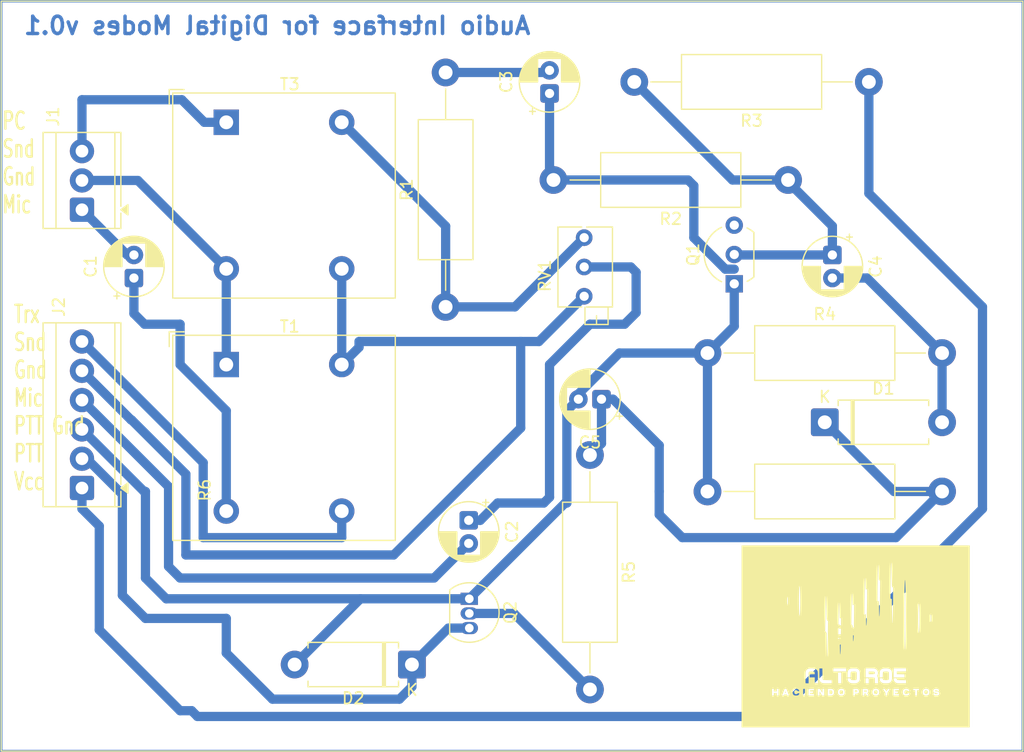
<source format=kicad_pcb>
(kicad_pcb (version 20241229) (generator "pcbnew") (generator_version "9.0")
  (layers (0 "F.Cu" signal) (2 "B.Cu" signal) (13 "F.Paste" user) (15 "B.Paste" user) (5 "F.SilkS" user "F.Silkscreen") (7 "B.SilkS" user "B.Silkscreen") (1 "F.Mask" user) (3 "B.Mask" user) (25 "Edge.Cuts" user))
  (net 0 "")
  (net 1 "Net-(D1-A)")
  (net 2 "Net-(D1-K)")
  (net 3 "Net-(D2-A)")
  (net 4 "Net-(D2-K)")
  (net 5 "Net-(Q1-B)")
  (net 6 "Net-(Q1-C)")
  (net 7 "Net-(Q2-B)")
  (net 8 "Net-(J1-Pin_3)")
  (net 9 "Net-(T1-AB)")
  (net 10 "Net-(J2-Pin_6)")
  (net 11 "Net-(C2-Pad1)")
  (net 12 "Net-(C3-Pad2)")
  (net 13 "Net-(T3-SB)")
  (net 14 "Net-(J2-Pin_1)")
  (net 15 "Net-(J2-Pin_5)")
  (net 16 "Net-(J2-Pin_4)")
  (net 17 "Net-(J1-Pin_2)")
  (net 18 "Net-(J1-Pin_1)")
  (footprint "TerminalBlock_TE-Connectivity:TerminalBlock_TE_282834-6_1x06_P2.54mm_Horizontal" (layer "F.Cu") (at 49 62.7 90)
    (property "Reference" "J2" (at 15.7 -2 90) (layer "F.SilkS"))
    (property "Value" "Transciever Connector")
    (pad "1" thru_hole roundrect (at 0 0 90) (size 2.1 2.1) (drill 1.1) (layers "*.Cu" "*.Mask") (roundrect_rratio 0.119048) (net 14 "Net-(J2-Pin_1)"))
    (pad "2" thru_hole circle (at 2.54 0 90) (size 2.1 2.1) (drill 1.1) (layers "*.Cu" "*.Mask") (net 4 "Net-(D2-K)"))
    (pad "3" thru_hole circle (at 5.08 0 90) (size 2.1 2.1) (drill 1.1) (layers "*.Cu" "*.Mask") (net 3 "Net-(D2-A)"))
    (pad "4" thru_hole circle (at 7.62 0 90) (size 2.1 2.1) (drill 1.1) (layers "*.Cu" "*.Mask") (net 16 "Net-(J2-Pin_4)"))
    (pad "5" thru_hole circle (at 10.16 0 90) (size 2.1 2.1) (drill 1.1) (layers "*.Cu" "*.Mask") (net 15 "Net-(J2-Pin_5)"))
    (pad "6" thru_hole circle (at 12.7 0 90) (size 2.1 2.1) (drill 1.1) (layers "*.Cu" "*.Mask") (net 10 "Net-(J2-Pin_6)"))
  )
  (footprint "Package_TO_SOT_THT:TO-92L_Inline" (layer "F.Cu") (at 82.55 72.3 -90)
    (property "Reference" "Q2" (at 1.19 -3.56 90) (layer "F.SilkS"))
    (property "Value" "BC107")
    (pad "1" thru_hole rect (at 0 0 270) (size 1.05 1.5) (drill 0.75) (layers "*.Cu" "*.Mask") (net 3 "Net-(D2-A)"))
    (pad "2" thru_hole oval (at 1.27 0 270) (size 1.05 1.5) (drill 0.75) (layers "*.Cu" "*.Mask") (net 7 "Net-(Q2-B)"))
    (pad "3" thru_hole oval (at 2.54 0 270) (size 1.05 1.5) (drill 0.75) (layers "*.Cu" "*.Mask") (net 4 "Net-(D2-K)"))
  )
  (footprint "Package_TO_SOT_THT:TO-92L_Inline_Wide" (layer "F.Cu") (at 105.5 45 90)
    (property "Reference" "Q1" (at 2.54 -3.56 90) (layer "F.SilkS"))
    (property "Value" "BC107")
    (pad "1" thru_hole rect (at 0 0 90) (size 1.5 1.5) (drill 0.8) (layers "*.Cu" "*.Mask") (net 3 "Net-(D2-A)"))
    (pad "2" thru_hole circle (at 2.54 0 90) (size 1.5 1.5) (drill 0.8) (layers "*.Cu" "*.Mask") (net 5 "Net-(Q1-B)"))
    (pad "3" thru_hole circle (at 5.08 0 90) (size 1.5 1.5) (drill 0.8) (layers "*.Cu" "*.Mask") (net 6 "Net-(Q1-C)"))
  )
  (footprint "Resistor_THT:R_Axial_DIN0414_L11.9mm_D4.5mm_P20.32mm_Horizontal" (layer "F.Cu") (at 110.16 36 180)
    (property "Reference" "R2" (at 10.16 -3.37 0) (layer "F.SilkS"))
    (property "Value" "3.3M")
    (pad "1" thru_hole circle (at 0 0 180) (size 2.4 2.4) (drill 1.2) (layers "*.Cu" "*.Mask") (net 6 "Net-(Q1-C)"))
    (pad "2" thru_hole circle (at 20.32 0 180) (size 2.4 2.4) (drill 1.2) (layers "*.Cu" "*.Mask") (net 5 "Net-(Q1-B)"))
  )
  (footprint "Capacitor_THT:CP_Radial_D5.0mm_P2.00mm" (layer "F.Cu") (at 114 42.5 -90)
    (property "Reference" "C4" (at 1 -3.75 270) (layer "F.SilkS"))
    (property "Value" "10uf")
    (pad "1" thru_hole roundrect (at 0 0 270) (size 1.6 1.6) (drill 0.8) (layers "*.Cu" "*.Mask") (roundrect_rratio 0.15625) (net 6 "Net-(Q1-C)"))
    (pad "2" thru_hole circle (at 2 0 270) (size 1.6 1.6) (drill 0.8) (layers "*.Cu" "*.Mask") (net 1 "Net-(D1-A)"))
  )
  (footprint "Resistor_THT:R_Axial_DIN0414_L11.9mm_D4.5mm_P20.32mm_Horizontal" (layer "F.Cu") (at 123.5 63 180)
    (property "Reference" "R6" (at 63.87 0.12 270) (layer "F.SilkS"))
    (property "Value" "82k")
    (pad "1" thru_hole circle (at 0 0 180) (size 2.4 2.4) (drill 1.2) (layers "*.Cu" "*.Mask") (net 2 "Net-(D1-K)"))
    (pad "2" thru_hole circle (at 20.32 0 180) (size 2.4 2.4) (drill 1.2) (layers "*.Cu" "*.Mask") (net 3 "Net-(D2-A)"))
  )
  (footprint "Resistor_THT:R_Axial_DIN0414_L11.9mm_D4.5mm_P20.32mm_Horizontal" (layer "F.Cu") (at 103.18 51)
    (property "Reference" "R4" (at 10.16 -3.37 0) (layer "F.SilkS"))
    (property "Value" "10k")
    (pad "1" thru_hole circle (at 0 0) (size 2.4 2.4) (drill 1.2) (layers "*.Cu" "*.Mask") (net 3 "Net-(D2-A)"))
    (pad "2" thru_hole circle (at 20.32 0) (size 2.4 2.4) (drill 1.2) (layers "*.Cu" "*.Mask") (net 1 "Net-(D1-A)"))
  )
  (footprint "Transformer_THT:Transformer_Zeming_ZMPT101K" (layer "F.Cu") (at 61.5 31)
    (property "Reference" "T3" (at 5.5 -3.3 0) (layer "F.SilkS"))
    (property "Value" "AudioVox Transformer")
    (pad "1" thru_hole rect (at 0 0) (size 2.2 2.2) (drill 1.2) (layers "*.Cu" "*.Mask") (net 8 "Net-(J1-Pin_3)"))
    (pad "2" thru_hole circle (at 0 12.7) (size 2.2 2.2) (drill 1.2) (layers "*.Cu" "*.Mask") (net 17 "Net-(J1-Pin_2)"))
    (pad "3" thru_hole circle (at 10 12.7) (size 2.2 2.2) (drill 1.2) (layers "*.Cu" "*.Mask") (net 15 "Net-(J2-Pin_5)"))
    (pad "4" thru_hole circle (at 10 0) (size 2.2 2.2) (drill 1.2) (layers "*.Cu" "*.Mask") (net 13 "Net-(T3-SB)"))
  )
  (footprint "Potentiometer_THT:Potentiometer_Bourns_3266Z_Horizontal" (layer "F.Cu") (at 92.5 41 90)
    (property "Reference" "RV1" (at -3.3 -3.41 90) (layer "F.SilkS"))
    (property "Value" "10k")
    (pad "1" thru_hole circle (at 0 0 90) (size 1.44 1.44) (drill 0.8) (layers "*.Cu" "*.Mask") (net 13 "Net-(T3-SB)"))
    (pad "2" thru_hole circle (at -2.54 0 90) (size 1.44 1.44) (drill 0.8) (layers "*.Cu" "*.Mask") (net 11 "Net-(C2-Pad1)"))
    (pad "3" thru_hole circle (at -5.08 0 90) (size 1.44 1.44) (drill 0.8) (layers "*.Cu" "*.Mask") (net 15 "Net-(J2-Pin_5)"))
  )
  (footprint "Capacitor_THT:CP_Radial_D5.0mm_P2.00mm" (layer "F.Cu") (at 82.5 65.5 -90)
    (property "Reference" "C2" (at 1 -3.75 90) (layer "F.SilkS"))
    (property "Value" "10uf")
    (pad "1" thru_hole roundrect (at 0 0 270) (size 1.6 1.6) (drill 0.8) (layers "*.Cu" "*.Mask") (roundrect_rratio 0.15625) (net 11 "Net-(C2-Pad1)"))
    (pad "2" thru_hole circle (at 2 0 270) (size 1.6 1.6) (drill 0.8) (layers "*.Cu" "*.Mask") (net 16 "Net-(J2-Pin_4)"))
  )
  (footprint "Transformer_THT:Transformer_Zeming_ZMPT101K" (layer "F.Cu") (at 61.5 52)
    (property "Reference" "T1" (at 5.5 -3.3 0) (layer "F.SilkS"))
    (property "Value" "Mic Transformer")
    (pad "1" thru_hole rect (at 0 0) (size 2.2 2.2) (drill 1.2) (layers "*.Cu" "*.Mask") (net 17 "Net-(J1-Pin_2)"))
    (pad "2" thru_hole circle (at 0 12.7) (size 2.2 2.2) (drill 1.2) (layers "*.Cu" "*.Mask") (net 9 "Net-(T1-AB)"))
    (pad "3" thru_hole circle (at 10 12.7) (size 2.2 2.2) (drill 1.2) (layers "*.Cu" "*.Mask") (net 10 "Net-(J2-Pin_6)"))
    (pad "4" thru_hole circle (at 10 0) (size 2.2 2.2) (drill 1.2) (layers "*.Cu" "*.Mask") (net 15 "Net-(J2-Pin_5)"))
  )
  (footprint "Resistor_THT:R_Axial_DIN0414_L11.9mm_D4.5mm_P20.32mm_Horizontal" (layer "F.Cu") (at 117.16 27.5 180)
    (property "Reference" "R3" (at 10.16 -3.37 0) (layer "F.SilkS"))
    (property "Value" "10k")
    (pad "1" thru_hole circle (at 0 0 180) (size 2.4 2.4) (drill 1.2) (layers "*.Cu" "*.Mask") (net 14 "Net-(J2-Pin_1)"))
    (pad "2" thru_hole circle (at 20.32 0 180) (size 2.4 2.4) (drill 1.2) (layers "*.Cu" "*.Mask") (net 6 "Net-(Q1-C)"))
  )
  (footprint "customkicadlib:altoroe_kicad_footprint_MEDIUM" (layer "F.Cu") (at 116 75.5)
    (property "Reference" "G***" (at 0 0 0) (layer "F.SilkS") (effects (font (size 1.5 1.5) (thickness 0.3))))
    (property "Value" "LOGO" (hide yes))
  )
  (footprint "Capacitor_THT:CP_Radial_D5.0mm_P2.00mm" (layer "F.Cu") (at 53.5 44.5 90)
    (property "Reference" "C1" (at 1 -3.75 90) (layer "F.SilkS"))
    (property "Value" "10uf")
    (pad "1" thru_hole roundrect (at 0 0 90) (size 1.6 1.6) (drill 0.8) (layers "*.Cu" "*.Mask") (roundrect_rratio 0.15625) (net 9 "Net-(T1-AB)"))
    (pad "2" thru_hole circle (at 2 0 90) (size 1.6 1.6) (drill 0.8) (layers "*.Cu" "*.Mask") (net 18 "Net-(J1-Pin_1)"))
  )
  (footprint "Resistor_THT:R_Axial_DIN0414_L11.9mm_D4.5mm_P20.32mm_Horizontal" (layer "F.Cu") (at 80.5 47 90)
    (property "Reference" "R1" (at 10.16 -3.37 90) (layer "F.SilkS"))
    (property "Value" "10k")
    (pad "1" thru_hole circle (at 0 0 90) (size 2.4 2.4) (drill 1.2) (layers "*.Cu" "*.Mask") (net 13 "Net-(T3-SB)"))
    (pad "2" thru_hole circle (at 20.32 0 90) (size 2.4 2.4) (drill 1.2) (layers "*.Cu" "*.Mask") (net 12 "Net-(C3-Pad2)"))
  )
  (footprint "Capacitor_THT:CP_Radial_D5.0mm_P2.00mm" (layer "F.Cu") (at 94 55 180)
    (property "Reference" "C5" (at 1 -3.75 180) (layer "F.SilkS"))
    (property "Value" "1uf")
    (pad "1" thru_hole roundrect (at 0 0 180) (size 1.6 1.6) (drill 0.8) (layers "*.Cu" "*.Mask") (roundrect_rratio 0.15625) (net 2 "Net-(D1-K)"))
    (pad "2" thru_hole circle (at 2 0 180) (size 1.6 1.6) (drill 0.8) (layers "*.Cu" "*.Mask") (net 3 "Net-(D2-A)"))
  )
  (footprint "Diode_THT:D_DO-15_P10.16mm_Horizontal" (layer "F.Cu") (at 113.34 57)
    (property "Reference" "D1" (at 5.08 -2.92 0) (layer "F.SilkS"))
    (property "Value" "1N60 Ge Diode")
    (fp_text user "K" (at 0 -2.2 0) (layer "F.SilkS"))
    (pad "1" thru_hole roundrect (at 0 0) (size 2.4 2.4) (drill 1.2) (layers "*.Cu" "*.Mask") (roundrect_rratio 0.104167) (net 2 "Net-(D1-K)"))
    (pad "2" thru_hole circle (at 10.16 0) (size 2.4 2.4) (drill 1.2) (layers "*.Cu" "*.Mask") (net 1 "Net-(D1-A)"))
  )
  (footprint "Capacitor_THT:CP_Radial_D5.0mm_P2.00mm" (layer "F.Cu") (at 89.5 28.5 90)
    (property "Reference" "C3" (at 1 -3.75 90) (layer "F.SilkS"))
    (property "Value" "C_Polarized")
    (pad "1" thru_hole roundrect (at 0 0 90) (size 1.6 1.6) (drill 0.8) (layers "*.Cu" "*.Mask") (roundrect_rratio 0.15625) (net 5 "Net-(Q1-B)"))
    (pad "2" thru_hole circle (at 2 0 90) (size 1.6 1.6) (drill 0.8) (layers "*.Cu" "*.Mask") (net 12 "Net-(C3-Pad2)"))
  )
  (footprint "TerminalBlock_TE-Connectivity:TerminalBlock_TE_282834-3_1x03_P2.54mm_Horizontal" (layer "F.Cu") (at 49 38.58 90)
    (property "Reference" "J1" (at 8.08 -2.5 90) (layer "F.SilkS"))
    (property "Value" "Pc Conector")
    (pad "1" thru_hole roundrect (at 0 0 90) (size 2.1 2.1) (drill 1.1) (layers "*.Cu" "*.Mask") (roundrect_rratio 0.119048) (net 18 "Net-(J1-Pin_1)"))
    (pad "2" thru_hole circle (at 2.54 0 90) (size 2.1 2.1) (drill 1.1) (layers "*.Cu" "*.Mask") (net 17 "Net-(J1-Pin_2)"))
    (pad "3" thru_hole circle (at 5.08 0 90) (size 2.1 2.1) (drill 1.1) (layers "*.Cu" "*.Mask") (net 8 "Net-(J1-Pin_3)"))
  )
  (footprint "Resistor_THT:R_Axial_DIN0414_L11.9mm_D4.5mm_P20.32mm_Horizontal" (layer "F.Cu") (at 93 59.84 -90)
    (property "Reference" "R5" (at 10.16 -3.37 90) (layer "F.SilkS"))
    (property "Value" "3.3k")
    (pad "1" thru_hole circle (at 0 0 270) (size 2.4 2.4) (drill 1.2) (layers "*.Cu" "*.Mask") (net 2 "Net-(D1-K)"))
    (pad "2" thru_hole circle (at 20.32 0 270) (size 2.4 2.4) (drill 1.2) (layers "*.Cu" "*.Mask") (net 7 "Net-(Q2-B)"))
  )
  (footprint "Diode_THT:D_DO-15_P10.16mm_Horizontal" (layer "F.Cu") (at 77.58 78 180)
    (property "Reference" "D2" (at 5.08 -2.92 0) (layer "F.SilkS"))
    (property "Value" "1N4148WT")
    (fp_text user "K" (at 0 -2.2 0) (layer "F.SilkS"))
    (pad "1" thru_hole roundrect (at 0 0 180) (size 2.4 2.4) (drill 1.2) (layers "*.Cu" "*.Mask") (roundrect_rratio 0.104167) (net 4 "Net-(D2-K)"))
    (pad "2" thru_hole circle (at 10.16 0 180) (size 2.4 2.4) (drill 1.2) (layers "*.Cu" "*.Mask") (net 3 "Net-(D2-A)"))
  )
  (gr_rect (start 42 20.5) (end 130.5 85.5) (stroke (width 0.2)) (fill no) (layer "B.Cu"))
  (gr_rect (start 42 20.5) (end 130.5 85.5) (stroke (width 0.2)) (fill no) (layer "B.Cu"))
  (gr_rect (start 42 20.5) (end 130.5 85.5) (stroke (width 0.1)) (fill no) (layer "F.SilkS"))
  (gr_text "Audio Interface for Digital Modes v0.1" (at 88 23.5 0) (layer "B.Cu") (effects (font (size 1.5 1.5) (thickness 0.3) (bold yes)) (justify left bottom mirror)))
  (gr_text "PC\nSnd\nGnd\nMic" (at 42 39 0) (layer "F.SilkS") (effects (font (size 1.5 1) (thickness 0.2) (bold yes)) (justify left bottom)))
  (gr_text "Trx\nSnd\nGnd\nMic\nPTT Gnd\nPTT\nVcc" (at 43 63 0) (layer "F.SilkS") (effects (font (size 1.5 1) (thickness 0.2) (bold yes)) (justify left bottom)))
  (segment (start 123.5 51) (end 123.5 57) (width 0.8) (layer "B.Cu") (net 1))
  (segment (start 114 44.5) (end 117 44.5) (width 0.8) (layer "B.Cu") (net 1))
  (segment (start 117 44.5) (end 123.5 51) (width 0.8) (layer "B.Cu") (net 1))
  (segment (start 94 55) (end 95 55) (width 0.8) (layer "B.Cu") (net 2))
  (segment (start 101 67) (end 99 65) (width 0.8) (layer "B.Cu") (net 2))
  (segment (start 119.34 63) (end 123.5 63) (width 0.8) (layer "B.Cu") (net 2))
  (segment (start 95 55) (end 99 59) (width 0.8) (layer "B.Cu") (net 2))
  (segment (start 99 59) (end 99 63) (width 0.8) (layer "B.Cu") (net 2))
  (segment (start 94 58.84) (end 94 55) (width 0.8) (layer "B.Cu") (net 2))
  (segment (start 113.34 57) (end 113.92 57.58) (width 0.8) (layer "B.Cu") (net 2))
  (segment (start 123.5 63) (end 119.5 67) (width 0.8) (layer "B.Cu") (net 2))
  (segment (start 113.34 57) (end 119.34 63) (width 0.8) (layer "B.Cu") (net 2))
  (segment (start 99 65) (end 99 63) (width 0.8) (layer "B.Cu") (net 2))
  (segment (start 93 59.84) (end 94 58.84) (width 0.8) (layer "B.Cu") (net 2))
  (segment (start 119.5 67) (end 101 67) (width 0.8) (layer "B.Cu") (net 2))
  (segment (start 103.18 51) (end 103.18 63) (width 0.8) (layer "B.Cu") (net 3))
  (segment (start 56.3 72.3) (end 73.12 72.3) (width 0.8) (layer "B.Cu") (net 3))
  (segment (start 54.5 63) (end 54.5 70.5) (width 0.8) (layer "B.Cu") (net 3))
  (segment (start 92 54.5465) (end 95.5465 51) (width 0.8) (layer "B.Cu") (net 3))
  (segment (start 91 56) (end 91 64) (width 0.8) (layer "B.Cu") (net 3))
  (segment (start 90.85 64) (end 82.55 72.3) (width 0.8) (layer "B.Cu") (net 3))
  (segment (start 73.12 72.3) (end 67.42 78) (width 0.8) (layer "B.Cu") (net 3))
  (segment (start 95.5465 51) (end 103.18 51) (width 0.8) (layer "B.Cu") (net 3))
  (segment (start 91 64) (end 90.85 64) (width 0.8) (layer "B.Cu") (net 3))
  (segment (start 82.55 72.3) (end 73.12 72.3) (width 0.8) (layer "B.Cu") (net 3))
  (segment (start 54.5 70.5) (end 56.3 72.3) (width 0.8) (layer "B.Cu") (net 3))
  (segment (start 92 55) (end 91 56) (width 0.8) (layer "B.Cu") (net 3))
  (segment (start 92 55) (end 92 54.5465) (width 0.8) (layer "B.Cu") (net 3))
  (segment (start 105.5 48.68) (end 103.18 51) (width 0.8) (layer "B.Cu") (net 3))
  (segment (start 49 57.62) (end 54.38 63) (width 0.8) (layer "B.Cu") (net 3))
  (segment (start 54.38 63) (end 54.5 63) (width 0.8) (layer "B.Cu") (net 3))
  (segment (start 105.5 45) (end 105.5 48.68) (width 0.8) (layer "B.Cu") (net 3))
  (segment (start 77.58 78) (end 77.58 79.92) (width 0.8) (layer "B.Cu") (net 4))
  (segment (start 61.5 77) (end 61.5 74) (width 0.8) (layer "B.Cu") (net 4))
  (segment (start 61.5 74) (end 54.5 74) (width 0.8) (layer "B.Cu") (net 4))
  (segment (start 80.74 74.84) (end 77.58 78) (width 0.8) (layer "B.Cu") (net 4))
  (segment (start 54.5 74) (end 52.5 72) (width 0.8) (layer "B.Cu") (net 4))
  (segment (start 65.5 81) (end 61.5 77) (width 0.8) (layer "B.Cu") (net 4))
  (segment (start 52.5 63.248156) (end 49.411844 60.16) (width 0.8) (layer "B.Cu") (net 4))
  (segment (start 82.55 74.84) (end 80.74 74.84) (width 0.8) (layer "B.Cu") (net 4))
  (segment (start 52.5 72) (end 52.5 63.248156) (width 0.8) (layer "B.Cu") (net 4))
  (segment (start 76.5 81) (end 65.5 81) (width 0.8) (layer "B.Cu") (net 4))
  (segment (start 49.411844 60.16) (end 49 60.16) (width 0.8) (layer "B.Cu") (net 4))
  (segment (start 77.58 79.92) (end 76.5 81) (width 0.8) (layer "B.Cu") (net 4))
  (segment (start 89.5 35.66) (end 89.84 36) (width 0.8) (layer "F.Cu") (net 5))
  (segment (start 101.5 36) (end 102 36.5) (width 0.8) (layer "B.Cu") (net 5))
  (segment (start 89.5 28.5) (end 89.5 35.66) (width 0.8) (layer "B.Cu") (net 5))
  (segment (start 102 41) (end 104.73 43.73) (width 0.8) (layer "B.Cu") (net 5))
  (segment (start 89.84 36) (end 101.5 36) (width 0.8) (layer "B.Cu") (net 5))
  (segment (start 89.5 35.66) (end 89.84 36) (width 0.8) (layer "B.Cu") (net 5))
  (segment (start 104.73 43.73) (end 105.5 43.73) (width 0.8) (layer "B.Cu") (net 5))
  (segment (start 102 36.5) (end 102 41) (width 0.8) (layer "B.Cu") (net 5))
  (segment (start 114 40) (end 114 42.5) (width 0.8) (layer "B.Cu") (net 6))
  (segment (start 110.16 36.16) (end 114 40) (width 0.8) (layer "B.Cu") (net 6))
  (segment (start 110.16 36) (end 110.16 36.16) (width 0.8) (layer "B.Cu") (net 6))
  (segment (start 105.5 42.5) (end 114 42.5) (width 0.8) (layer "B.Cu") (net 6))
  (segment (start 96.84 27.5) (end 105.34 36) (width 0.8) (layer "B.Cu") (net 6))
  (segment (start 105.34 36) (end 110.16 36) (width 0.8) (layer "B.Cu") (net 6))
  (segment (start 105.5 42.46) (end 105.5 42.5) (width 0.8) (layer "B.Cu") (net 6))
  (segment (start 93 80.16) (end 86.41 73.57) (width 0.8) (layer "B.Cu") (net 7))
  (segment (start 86.41 73.57) (end 82.55 73.57) (width 0.8) (layer "B.Cu") (net 7))
  (segment (start 61.5 31) (end 59.6 31) (width 0.8) (layer "B.Cu") (net 8))
  (segment (start 59.6 31) (end 57.6449 29.0449) (width 0.8) (layer "B.Cu") (net 8))
  (segment (start 49 33.5) (end 49 29.0449) (width 0.8) (layer "B.Cu") (net 8))
  (segment (start 57.6449 29.0449) (end 49 29.0449) (width 0.8) (layer "B.Cu") (net 8))
  (segment (start 53.5 47.58) (end 54.42 48.5) (width 0.8) (layer "B.Cu") (net 9))
  (segment (start 57.5 52) (end 61.5 56) (width 0.8) (layer "B.Cu") (net 9))
  (segment (start 57.5 48.5) (end 57.5 52) (width 0.8) (layer "B.Cu") (net 9))
  (segment (start 54.42 48.5) (end 57.5 48.5) (width 0.8) (layer "B.Cu") (net 9))
  (segment (start 53.5 44.5) (end 53.5 47.58) (width 0.8) (layer "B.Cu") (net 9))
  (segment (start 61.5 56) (end 61.5 64.7) (width 0.8) (layer "B.Cu") (net 9))
  (segment (start 59.5 60.5) (end 49 50) (width 0.8) (layer "B.Cu") (net 10))
  (segment (start 59.5 67) (end 59.5 60.5) (width 0.8) (layer "B.Cu") (net 10))
  (segment (start 71.5 67) (end 59.5 67) (width 0.8) (layer "B.Cu") (net 10))
  (segment (start 71.5 64.7) (end 71.5 67) (width 0.8) (layer "B.Cu") (net 10))
  (segment (start 96 48.5) (end 97 47.5) (width 0.8) (layer "B.Cu") (net 11))
  (segment (start 93 48.5) (end 96 48.5) (width 0.8) (layer "B.Cu") (net 11))
  (segment (start 85 64) (end 83.5 65.5) (width 0.8) (layer "B.Cu") (net 11))
  (segment (start 89.5 63.5) (end 89.5 52) (width 0.8) (layer "B.Cu") (net 11))
  (segment (start 83.5 65.5) (end 82.5 65.5) (width 0.8) (layer "B.Cu") (net 11))
  (segment (start 96.54 43.54) (end 92.5 43.54) (width 0.8) (layer "B.Cu") (net 11))
  (segment (start 97 47.5) (end 97 44) (width 0.8) (layer "B.Cu") (net 11))
  (segment (start 89.5 52) (end 93 48.5) (width 0.8) (layer "B.Cu") (net 11))
  (segment (start 85 64) (end 89 64) (width 0.8) (layer "B.Cu") (net 11))
  (segment (start 89 64) (end 89.5 63.5) (width 0.8) (layer "B.Cu") (net 11))
  (segment (start 97 44) (end 96.54 43.54) (width 0.8) (layer "B.Cu") (net 11))
  (segment (start 80.5 26.68) (end 89.32 26.68) (width 0.8) (layer "B.Cu") (net 12))
  (segment (start 89.32 26.68) (end 89.5 26.5) (width 0.8) (layer "B.Cu") (net 12))
  (segment (start 86.5 47) (end 92.5 41) (width 0.8) (layer "B.Cu") (net 13))
  (segment (start 80.5 47) (end 80.5 40) (width 0.8) (layer "B.Cu") (net 13))
  (segment (start 80.5 40) (end 71.5 31) (width 0.8) (layer "B.Cu") (net 13))
  (segment (start 80.5 47) (end 86.5 47) (width 0.8) (layer "B.Cu") (net 13))
  (segment (start 50.5 75) (end 57.5 82) (width 0.8) (layer "B.Cu") (net 14))
  (segment (start 117.16 37.16) (end 117.16 27.5) (width 0.8) (layer "B.Cu") (net 14))
  (segment (start 57.5 82) (end 58.5 82) (width 0.8) (layer "B.Cu") (net 14))
  (segment (start 49 62.7) (end 49 64.5) (width 0.8) (layer "B.Cu") (net 14))
  (segment (start 59 82.5) (end 109 82.5) (width 0.8) (layer "B.Cu") (net 14))
  (segment (start 50.5 66) (end 50.5 75) (width 0.8) (layer "B.Cu") (net 14))
  (segment (start 109 82.5) (end 127 64.5) (width 0.8) (layer "B.Cu") (net 14))
  (segment (start 49 64.5) (end 50.5 66) (width 0.8) (layer "B.Cu") (net 14))
  (segment (start 127 64.5) (end 127 47) (width 0.8) (layer "B.Cu") (net 14))
  (segment (start 58.5 82) (end 59 82.5) (width 0.8) (layer "B.Cu") (net 14))
  (segment (start 127 47) (end 117.16 37.16) (width 0.8) (layer "B.Cu") (net 14))
  (segment (start 71.5 51.1882) (end 71.5 52) (width 0.8) (layer "F.Cu") (net 15))
  (segment (start 88.58 50) (end 87 50) (width 0.8) (layer "B.Cu") (net 15))
  (segment (start 58 61.5) (end 58 68.5) (width 0.8) (layer "B.Cu") (net 15))
  (segment (start 49 52.54) (end 53.2578 56.7978) (width 0.8) (layer "B.Cu") (net 15))
  (segment (start 53.2978 56.7978) (end 58 61.5) (width 0.8) (layer "B.Cu") (net 15))
  (segment (start 87 57.5) (end 87 50) (width 0.8) (layer "B.Cu") (net 15))
  (segment (start 71.5 43.7) (end 71.5 52) (width 0.8) (layer "B.Cu") (net 15))
  (segment (start 87 50) (end 73 50) (width 0.8) (layer "B.Cu") (net 15))
  (segment (start 58 68.5) (end 76 68.5) (width 0.8) (layer "B.Cu") (net 15))
  (segment (start 53.2578 56.7978) (end 53.2978 56.7978) (width 0.8) (layer "B.Cu") (net 15))
  (segment (start 73 50) (end 73 50.5) (width 0.8) (layer "B.Cu") (net 15))
  (segment (start 76 68.5) (end 87 57.5) (width 0.8) (layer "B.Cu") (net 15))
  (segment (start 92.5 46.08) (end 88.58 50) (width 0.8) (layer "B.Cu") (net 15))
  (segment (start 73 50.5) (end 71.5 52) (width 0.8) (layer "B.Cu") (net 15))
  (segment (start 56.5 69.5) (end 56.5 62.58) (width 0.8) (layer "B.Cu") (net 16))
  (segment (start 82.5 67.5) (end 79.5 70.5) (width 0.8) (layer "B.Cu") (net 16))
  (segment (start 79.5 70.5) (end 57.5 70.5) (width 0.8) (layer "B.Cu") (net 16))
  (segment (start 57.5 70.5) (end 56.5 69.5) (width 0.8) (layer "B.Cu") (net 16))
  (segment (start 56.5 62.58) (end 49 55.08) (width 0.8) (layer "B.Cu") (net 16))
  (segment (start 61.5 43.7) (end 61.5 52) (width 0.8) (layer "B.Cu") (net 17))
  (segment (start 49 36.04) (end 53.84 36.04) (width 0.8) (layer "B.Cu") (net 17))
  (segment (start 53.84 36.04) (end 61.5 43.7) (width 0.8) (layer "B.Cu") (net 17))
  (segment (start 52.92 42.5) (end 49 38.58) (width 0.8) (layer "B.Cu") (net 18))
  (segment (start 53.5 42.5) (end 52.92 42.5) (width 0.8) (layer "B.Cu") (net 18))
)
</source>
